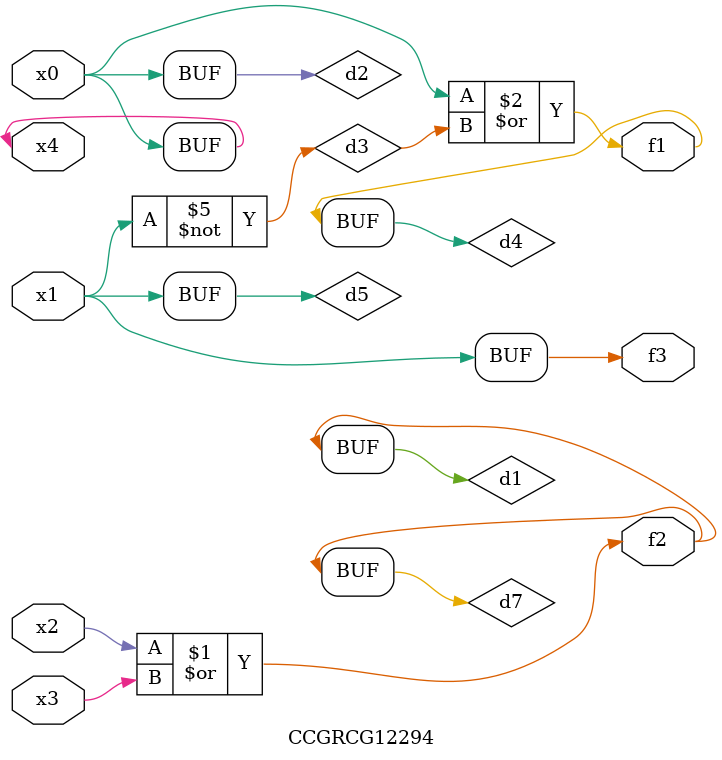
<source format=v>
module CCGRCG12294(
	input x0, x1, x2, x3, x4,
	output f1, f2, f3
);

	wire d1, d2, d3, d4, d5, d6, d7;

	or (d1, x2, x3);
	buf (d2, x0, x4);
	not (d3, x1);
	or (d4, d2, d3);
	not (d5, d3);
	nand (d6, d1, d3);
	or (d7, d1);
	assign f1 = d4;
	assign f2 = d7;
	assign f3 = d5;
endmodule

</source>
